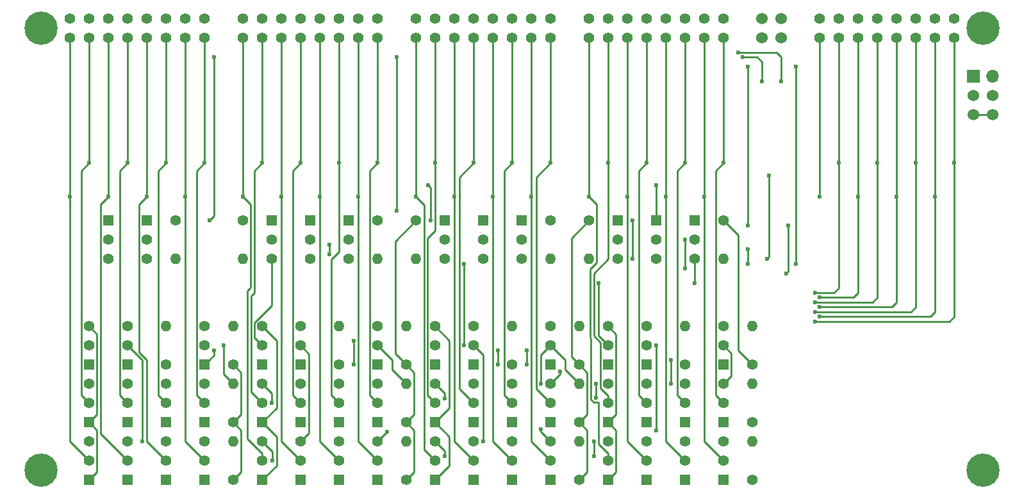
<source format=gbl>
G04 #@! TF.GenerationSoftware,KiCad,Pcbnew,(5.0.0-rc2-200-g1f6f76beb)*
G04 #@! TF.CreationDate,2018-07-18T18:35:48+02:00*
G04 #@! TF.ProjectId,bus-selector,6275732D73656C6563746F722E6B6963,rev?*
G04 #@! TF.SameCoordinates,Original*
G04 #@! TF.FileFunction,Copper,L2,Bot,Signal*
G04 #@! TF.FilePolarity,Positive*
%FSLAX46Y46*%
G04 Gerber Fmt 4.6, Leading zero omitted, Abs format (unit mm)*
G04 Created by KiCad (PCBNEW (5.0.0-rc2-200-g1f6f76beb)) date Wed Jul 18 18:35:48 2018*
%MOMM*%
%LPD*%
G01*
G04 APERTURE LIST*
G04 #@! TA.AperFunction,ComponentPad*
%ADD10C,1.400000*%
G04 #@! TD*
G04 #@! TA.AperFunction,ComponentPad*
%ADD11R,1.400000X1.400000*%
G04 #@! TD*
G04 #@! TA.AperFunction,ComponentPad*
%ADD12C,1.524000*%
G04 #@! TD*
G04 #@! TA.AperFunction,ComponentPad*
%ADD13O,1.400000X1.400000*%
G04 #@! TD*
G04 #@! TA.AperFunction,ComponentPad*
%ADD14R,1.700000X1.700000*%
G04 #@! TD*
G04 #@! TA.AperFunction,ComponentPad*
%ADD15O,1.700000X1.700000*%
G04 #@! TD*
G04 #@! TA.AperFunction,ComponentPad*
%ADD16C,4.400000*%
G04 #@! TD*
G04 #@! TA.AperFunction,ViaPad*
%ADD17C,0.600000*%
G04 #@! TD*
G04 #@! TA.AperFunction,Conductor*
%ADD18C,0.250000*%
G04 #@! TD*
G04 APERTURE END LIST*
D10*
G04 #@! TO.P,Q36,2*
G04 #@! TO.N,/a4*
X33020000Y-68580000D03*
G04 #@! TO.P,Q36,3*
G04 #@! TO.N,Net-(Q36-Pad3)*
X33020000Y-66040000D03*
D11*
G04 #@! TO.P,Q36,1*
G04 #@! TO.N,/sa_and*
X33020000Y-71120000D03*
G04 #@! TD*
G04 #@! TO.P,Q53,1*
G04 #@! TO.N,/sc_and*
X73660000Y-78740000D03*
D10*
G04 #@! TO.P,Q53,3*
G04 #@! TO.N,Net-(Q51-Pad3)*
X73660000Y-73660000D03*
G04 #@! TO.P,Q53,2*
G04 #@! TO.N,/c7*
X73660000Y-76200000D03*
G04 #@! TD*
D11*
G04 #@! TO.P,Q5,1*
G04 #@! TO.N,GND*
X57150000Y-44450000D03*
D10*
G04 #@! TO.P,Q5,3*
G04 #@! TO.N,/sb*
X57150000Y-49530000D03*
G04 #@! TO.P,Q5,2*
G04 #@! TO.N,Net-(Q5-Pad2)*
X57150000Y-46990000D03*
G04 #@! TD*
G04 #@! TO.P,Q12,2*
G04 #@! TO.N,/s0*
X97790000Y-46990000D03*
G04 #@! TO.P,Q12,3*
G04 #@! TO.N,Net-(Q12-Pad3)*
X97790000Y-49530000D03*
D11*
G04 #@! TO.P,Q12,1*
G04 #@! TO.N,Net-(Q12-Pad1)*
X97790000Y-44450000D03*
G04 #@! TD*
D12*
G04 #@! TO.P,J7,2*
G04 #@! TO.N,VCC*
X147320000Y-27940000D03*
G04 #@! TO.P,J7,1*
G04 #@! TO.N,GND*
X147320000Y-30480000D03*
X144780000Y-30480000D03*
G04 #@! TO.P,J7,2*
G04 #@! TO.N,VCC*
X144780000Y-27940000D03*
G04 #@! TD*
D10*
G04 #@! TO.P,J1,8*
G04 #@! TO.N,/a7*
X25400000Y-20320000D03*
G04 #@! TO.P,J1,7*
G04 #@! TO.N,/a6*
X27940000Y-20320000D03*
G04 #@! TO.P,J1,6*
G04 #@! TO.N,/a5*
X30480000Y-20320000D03*
G04 #@! TO.P,J1,5*
G04 #@! TO.N,/a4*
X33020000Y-20320000D03*
G04 #@! TO.P,J1,4*
G04 #@! TO.N,/a3*
X35560000Y-20320000D03*
G04 #@! TO.P,J1,3*
G04 #@! TO.N,/a2*
X38100000Y-20320000D03*
G04 #@! TO.P,J1,2*
G04 #@! TO.N,/a1*
X40640000Y-20320000D03*
G04 #@! TO.P,J1,1*
G04 #@! TO.N,/a0*
X43180000Y-20320000D03*
X43180000Y-17780000D03*
G04 #@! TO.P,J1,2*
G04 #@! TO.N,/a1*
X40640000Y-17780000D03*
G04 #@! TO.P,J1,3*
G04 #@! TO.N,/a2*
X38100000Y-17780000D03*
G04 #@! TO.P,J1,4*
G04 #@! TO.N,/a3*
X35560000Y-17780000D03*
G04 #@! TO.P,J1,5*
G04 #@! TO.N,/a4*
X33020000Y-17780000D03*
G04 #@! TO.P,J1,6*
G04 #@! TO.N,/a5*
X30480000Y-17780000D03*
G04 #@! TO.P,J1,7*
G04 #@! TO.N,/a6*
X27940000Y-17780000D03*
G04 #@! TO.P,J1,8*
G04 #@! TO.N,/a7*
X25400000Y-17780000D03*
G04 #@! TD*
G04 #@! TO.P,J2,8*
G04 #@! TO.N,/b7*
X48260000Y-20320000D03*
G04 #@! TO.P,J2,7*
G04 #@! TO.N,/b6*
X50800000Y-20320000D03*
G04 #@! TO.P,J2,6*
G04 #@! TO.N,/b5*
X53340000Y-20320000D03*
G04 #@! TO.P,J2,5*
G04 #@! TO.N,/b4*
X55880000Y-20320000D03*
G04 #@! TO.P,J2,4*
G04 #@! TO.N,/b3*
X58420000Y-20320000D03*
G04 #@! TO.P,J2,3*
G04 #@! TO.N,/b2*
X60960000Y-20320000D03*
G04 #@! TO.P,J2,2*
G04 #@! TO.N,/b1*
X63500000Y-20320000D03*
G04 #@! TO.P,J2,1*
G04 #@! TO.N,/b0*
X66040000Y-20320000D03*
X66040000Y-17780000D03*
G04 #@! TO.P,J2,2*
G04 #@! TO.N,/b1*
X63500000Y-17780000D03*
G04 #@! TO.P,J2,3*
G04 #@! TO.N,/b2*
X60960000Y-17780000D03*
G04 #@! TO.P,J2,4*
G04 #@! TO.N,/b3*
X58420000Y-17780000D03*
G04 #@! TO.P,J2,5*
G04 #@! TO.N,/b4*
X55880000Y-17780000D03*
G04 #@! TO.P,J2,6*
G04 #@! TO.N,/b5*
X53340000Y-17780000D03*
G04 #@! TO.P,J2,7*
G04 #@! TO.N,/b6*
X50800000Y-17780000D03*
G04 #@! TO.P,J2,8*
G04 #@! TO.N,/b7*
X48260000Y-17780000D03*
G04 #@! TD*
G04 #@! TO.P,J3,8*
G04 #@! TO.N,/c7*
X71120000Y-20320000D03*
G04 #@! TO.P,J3,7*
G04 #@! TO.N,/c6*
X73660000Y-20320000D03*
G04 #@! TO.P,J3,6*
G04 #@! TO.N,/c5*
X76200000Y-20320000D03*
G04 #@! TO.P,J3,5*
G04 #@! TO.N,/c4*
X78740000Y-20320000D03*
G04 #@! TO.P,J3,4*
G04 #@! TO.N,/c3*
X81280000Y-20320000D03*
G04 #@! TO.P,J3,3*
G04 #@! TO.N,/c2*
X83820000Y-20320000D03*
G04 #@! TO.P,J3,2*
G04 #@! TO.N,/c1*
X86360000Y-20320000D03*
G04 #@! TO.P,J3,1*
G04 #@! TO.N,/c0*
X88900000Y-20320000D03*
X88900000Y-17780000D03*
G04 #@! TO.P,J3,2*
G04 #@! TO.N,/c1*
X86360000Y-17780000D03*
G04 #@! TO.P,J3,3*
G04 #@! TO.N,/c2*
X83820000Y-17780000D03*
G04 #@! TO.P,J3,4*
G04 #@! TO.N,/c3*
X81280000Y-17780000D03*
G04 #@! TO.P,J3,5*
G04 #@! TO.N,/c4*
X78740000Y-17780000D03*
G04 #@! TO.P,J3,6*
G04 #@! TO.N,/c5*
X76200000Y-17780000D03*
G04 #@! TO.P,J3,7*
G04 #@! TO.N,/c6*
X73660000Y-17780000D03*
G04 #@! TO.P,J3,8*
G04 #@! TO.N,/c7*
X71120000Y-17780000D03*
G04 #@! TD*
G04 #@! TO.P,J4,8*
G04 #@! TO.N,/d7*
X93980000Y-20320000D03*
G04 #@! TO.P,J4,7*
G04 #@! TO.N,/d6*
X96520000Y-20320000D03*
G04 #@! TO.P,J4,6*
G04 #@! TO.N,/d5*
X99060000Y-20320000D03*
G04 #@! TO.P,J4,5*
G04 #@! TO.N,/d4*
X101600000Y-20320000D03*
G04 #@! TO.P,J4,4*
G04 #@! TO.N,/d3*
X104140000Y-20320000D03*
G04 #@! TO.P,J4,3*
G04 #@! TO.N,/d2*
X106680000Y-20320000D03*
G04 #@! TO.P,J4,2*
G04 #@! TO.N,/d1*
X109220000Y-20320000D03*
G04 #@! TO.P,J4,1*
G04 #@! TO.N,/d0*
X111760000Y-20320000D03*
X111760000Y-17780000D03*
G04 #@! TO.P,J4,2*
G04 #@! TO.N,/d1*
X109220000Y-17780000D03*
G04 #@! TO.P,J4,3*
G04 #@! TO.N,/d2*
X106680000Y-17780000D03*
G04 #@! TO.P,J4,4*
G04 #@! TO.N,/d3*
X104140000Y-17780000D03*
G04 #@! TO.P,J4,5*
G04 #@! TO.N,/d4*
X101600000Y-17780000D03*
G04 #@! TO.P,J4,6*
G04 #@! TO.N,/d5*
X99060000Y-17780000D03*
G04 #@! TO.P,J4,7*
G04 #@! TO.N,/d6*
X96520000Y-17780000D03*
G04 #@! TO.P,J4,8*
G04 #@! TO.N,/d7*
X93980000Y-17780000D03*
G04 #@! TD*
G04 #@! TO.P,J6,8*
G04 #@! TO.N,/o7*
X124460000Y-20320000D03*
G04 #@! TO.P,J6,7*
G04 #@! TO.N,/o6*
X127000000Y-20320000D03*
G04 #@! TO.P,J6,6*
G04 #@! TO.N,/o5*
X129540000Y-20320000D03*
G04 #@! TO.P,J6,5*
G04 #@! TO.N,/o4*
X132080000Y-20320000D03*
G04 #@! TO.P,J6,4*
G04 #@! TO.N,/o3*
X134620000Y-20320000D03*
G04 #@! TO.P,J6,3*
G04 #@! TO.N,/o2*
X137160000Y-20320000D03*
G04 #@! TO.P,J6,2*
G04 #@! TO.N,/o1*
X139700000Y-20320000D03*
G04 #@! TO.P,J6,1*
G04 #@! TO.N,/o0*
X142240000Y-20320000D03*
X142240000Y-17780000D03*
G04 #@! TO.P,J6,2*
G04 #@! TO.N,/o1*
X139700000Y-17780000D03*
G04 #@! TO.P,J6,3*
G04 #@! TO.N,/o2*
X137160000Y-17780000D03*
G04 #@! TO.P,J6,4*
G04 #@! TO.N,/o3*
X134620000Y-17780000D03*
G04 #@! TO.P,J6,5*
G04 #@! TO.N,/o4*
X132080000Y-17780000D03*
G04 #@! TO.P,J6,6*
G04 #@! TO.N,/o5*
X129540000Y-17780000D03*
G04 #@! TO.P,J6,7*
G04 #@! TO.N,/o6*
X127000000Y-17780000D03*
G04 #@! TO.P,J6,8*
G04 #@! TO.N,/o7*
X124460000Y-17780000D03*
G04 #@! TD*
D12*
G04 #@! TO.P,J5,2*
G04 #@! TO.N,/s1*
X116840000Y-20320000D03*
G04 #@! TO.P,J5,1*
G04 #@! TO.N,/s0*
X119380000Y-20320000D03*
X119380000Y-17780000D03*
G04 #@! TO.P,J5,2*
G04 #@! TO.N,/s1*
X116840000Y-17780000D03*
G04 #@! TD*
D13*
G04 #@! TO.P,R1,2*
G04 #@! TO.N,/sa*
X39370000Y-49530000D03*
D10*
G04 #@! TO.P,R1,1*
G04 #@! TO.N,VCC*
X39370000Y-44450000D03*
G04 #@! TD*
D13*
G04 #@! TO.P,R2,2*
G04 #@! TO.N,/sb*
X48260000Y-49530000D03*
D10*
G04 #@! TO.P,R2,1*
G04 #@! TO.N,VCC*
X48260000Y-44450000D03*
G04 #@! TD*
D13*
G04 #@! TO.P,R3,2*
G04 #@! TO.N,Net-(Q5-Pad2)*
X66040000Y-49530000D03*
D10*
G04 #@! TO.P,R3,1*
G04 #@! TO.N,VCC*
X66040000Y-44450000D03*
G04 #@! TD*
D13*
G04 #@! TO.P,R4,2*
G04 #@! TO.N,Net-(Q8-Pad3)*
X71120000Y-49530000D03*
D10*
G04 #@! TO.P,R4,1*
G04 #@! TO.N,VCC*
X71120000Y-44450000D03*
G04 #@! TD*
D13*
G04 #@! TO.P,R5,2*
G04 #@! TO.N,/sc*
X88900000Y-49530000D03*
D10*
G04 #@! TO.P,R5,1*
G04 #@! TO.N,VCC*
X88900000Y-44450000D03*
G04 #@! TD*
D13*
G04 #@! TO.P,R6,2*
G04 #@! TO.N,Net-(Q12-Pad3)*
X93980000Y-49530000D03*
D10*
G04 #@! TO.P,R6,1*
G04 #@! TO.N,VCC*
X93980000Y-44450000D03*
G04 #@! TD*
D13*
G04 #@! TO.P,R7,2*
G04 #@! TO.N,/sd*
X111760000Y-49530000D03*
D10*
G04 #@! TO.P,R7,1*
G04 #@! TO.N,VCC*
X111760000Y-44450000D03*
G04 #@! TD*
D13*
G04 #@! TO.P,R8,2*
G04 #@! TO.N,Net-(Q16-Pad3)*
X115570000Y-66040000D03*
D10*
G04 #@! TO.P,R8,1*
G04 #@! TO.N,VCC*
X115570000Y-71120000D03*
G04 #@! TD*
D13*
G04 #@! TO.P,R9,2*
G04 #@! TO.N,/o0*
X115570000Y-58420000D03*
D10*
G04 #@! TO.P,R9,1*
G04 #@! TO.N,VCC*
X115570000Y-63500000D03*
G04 #@! TD*
D13*
G04 #@! TO.P,R10,2*
G04 #@! TO.N,Net-(Q21-Pad3)*
X115570000Y-73660000D03*
D10*
G04 #@! TO.P,R10,1*
G04 #@! TO.N,VCC*
X115570000Y-78740000D03*
G04 #@! TD*
D13*
G04 #@! TO.P,R11,2*
G04 #@! TO.N,/o1*
X106680000Y-58420000D03*
D10*
G04 #@! TO.P,R11,1*
G04 #@! TO.N,VCC*
X106680000Y-63500000D03*
G04 #@! TD*
D13*
G04 #@! TO.P,R12,2*
G04 #@! TO.N,Net-(Q26-Pad3)*
X92710000Y-66040000D03*
D10*
G04 #@! TO.P,R12,1*
G04 #@! TO.N,VCC*
X92710000Y-71120000D03*
G04 #@! TD*
D13*
G04 #@! TO.P,R13,2*
G04 #@! TO.N,/o2*
X92710000Y-58420000D03*
D10*
G04 #@! TO.P,R13,1*
G04 #@! TO.N,VCC*
X92710000Y-63500000D03*
G04 #@! TD*
D13*
G04 #@! TO.P,R14,2*
G04 #@! TO.N,Net-(Q31-Pad3)*
X92710000Y-73660000D03*
D10*
G04 #@! TO.P,R14,1*
G04 #@! TO.N,VCC*
X92710000Y-78740000D03*
G04 #@! TD*
D13*
G04 #@! TO.P,R16,2*
G04 #@! TO.N,Net-(Q36-Pad3)*
X69850000Y-66040000D03*
D10*
G04 #@! TO.P,R16,1*
G04 #@! TO.N,VCC*
X69850000Y-71120000D03*
G04 #@! TD*
D13*
G04 #@! TO.P,R17,2*
G04 #@! TO.N,/o4*
X69850000Y-58420000D03*
D10*
G04 #@! TO.P,R17,1*
G04 #@! TO.N,VCC*
X69850000Y-63500000D03*
G04 #@! TD*
D13*
G04 #@! TO.P,R18,2*
G04 #@! TO.N,Net-(Q41-Pad3)*
X69850000Y-73660000D03*
D10*
G04 #@! TO.P,R18,1*
G04 #@! TO.N,VCC*
X69850000Y-78740000D03*
G04 #@! TD*
D13*
G04 #@! TO.P,R19,2*
G04 #@! TO.N,/o5*
X60960000Y-58420000D03*
D10*
G04 #@! TO.P,R19,1*
G04 #@! TO.N,VCC*
X60960000Y-63500000D03*
G04 #@! TD*
D13*
G04 #@! TO.P,R20,2*
G04 #@! TO.N,Net-(Q46-Pad3)*
X46990000Y-66040000D03*
D10*
G04 #@! TO.P,R20,1*
G04 #@! TO.N,VCC*
X46990000Y-71120000D03*
G04 #@! TD*
D13*
G04 #@! TO.P,R21,2*
G04 #@! TO.N,/o6*
X46990000Y-58420000D03*
D10*
G04 #@! TO.P,R21,1*
G04 #@! TO.N,VCC*
X46990000Y-63500000D03*
G04 #@! TD*
D13*
G04 #@! TO.P,R22,2*
G04 #@! TO.N,Net-(Q51-Pad3)*
X46990000Y-73660000D03*
D10*
G04 #@! TO.P,R22,1*
G04 #@! TO.N,VCC*
X46990000Y-78740000D03*
G04 #@! TD*
D13*
G04 #@! TO.P,R15,2*
G04 #@! TO.N,/o3*
X83820000Y-58420000D03*
D10*
G04 #@! TO.P,R15,1*
G04 #@! TO.N,VCC*
X83820000Y-63500000D03*
G04 #@! TD*
D13*
G04 #@! TO.P,R23,2*
G04 #@! TO.N,/o7*
X38100000Y-58420000D03*
D10*
G04 #@! TO.P,R23,1*
G04 #@! TO.N,VCC*
X38100000Y-63500000D03*
G04 #@! TD*
G04 #@! TO.P,Q1,2*
G04 #@! TO.N,/s0*
X30480000Y-46990000D03*
G04 #@! TO.P,Q1,3*
G04 #@! TO.N,/sa*
X30480000Y-49530000D03*
D11*
G04 #@! TO.P,Q1,1*
G04 #@! TO.N,GND*
X30480000Y-44450000D03*
G04 #@! TD*
G04 #@! TO.P,Q2,1*
G04 #@! TO.N,GND*
X35560000Y-44450000D03*
D10*
G04 #@! TO.P,Q2,3*
G04 #@! TO.N,/sa*
X35560000Y-49530000D03*
G04 #@! TO.P,Q2,2*
G04 #@! TO.N,/s1*
X35560000Y-46990000D03*
G04 #@! TD*
D11*
G04 #@! TO.P,Q3,1*
G04 #@! TO.N,GND*
X27940000Y-63500000D03*
D10*
G04 #@! TO.P,Q3,3*
G04 #@! TO.N,/sa_and*
X27940000Y-58420000D03*
G04 #@! TO.P,Q3,2*
G04 #@! TO.N,/sa*
X27940000Y-60960000D03*
G04 #@! TD*
G04 #@! TO.P,Q4,2*
G04 #@! TO.N,/s0*
X52070000Y-46990000D03*
G04 #@! TO.P,Q4,3*
G04 #@! TO.N,/sb*
X52070000Y-49530000D03*
D11*
G04 #@! TO.P,Q4,1*
G04 #@! TO.N,GND*
X52070000Y-44450000D03*
G04 #@! TD*
G04 #@! TO.P,Q6,1*
G04 #@! TO.N,GND*
X62230000Y-44450000D03*
D10*
G04 #@! TO.P,Q6,3*
G04 #@! TO.N,Net-(Q5-Pad2)*
X62230000Y-49530000D03*
G04 #@! TO.P,Q6,2*
G04 #@! TO.N,/s1*
X62230000Y-46990000D03*
G04 #@! TD*
D11*
G04 #@! TO.P,Q7,1*
G04 #@! TO.N,GND*
X50800000Y-63500000D03*
D10*
G04 #@! TO.P,Q7,3*
G04 #@! TO.N,/sb_and*
X50800000Y-58420000D03*
G04 #@! TO.P,Q7,2*
G04 #@! TO.N,/sb*
X50800000Y-60960000D03*
G04 #@! TD*
G04 #@! TO.P,Q8,2*
G04 #@! TO.N,/s0*
X74930000Y-46990000D03*
G04 #@! TO.P,Q8,3*
G04 #@! TO.N,Net-(Q8-Pad3)*
X74930000Y-49530000D03*
D11*
G04 #@! TO.P,Q8,1*
G04 #@! TO.N,GND*
X74930000Y-44450000D03*
G04 #@! TD*
G04 #@! TO.P,Q9,1*
G04 #@! TO.N,GND*
X80010000Y-44450000D03*
D10*
G04 #@! TO.P,Q9,3*
G04 #@! TO.N,/sc*
X80010000Y-49530000D03*
G04 #@! TO.P,Q9,2*
G04 #@! TO.N,Net-(Q8-Pad3)*
X80010000Y-46990000D03*
G04 #@! TD*
D11*
G04 #@! TO.P,Q10,1*
G04 #@! TO.N,GND*
X85090000Y-44450000D03*
D10*
G04 #@! TO.P,Q10,3*
G04 #@! TO.N,/sc*
X85090000Y-49530000D03*
G04 #@! TO.P,Q10,2*
G04 #@! TO.N,/s1*
X85090000Y-46990000D03*
G04 #@! TD*
G04 #@! TO.P,Q11,2*
G04 #@! TO.N,/sc*
X73660000Y-60960000D03*
G04 #@! TO.P,Q11,3*
G04 #@! TO.N,/sc_and*
X73660000Y-58420000D03*
D11*
G04 #@! TO.P,Q11,1*
G04 #@! TO.N,GND*
X73660000Y-63500000D03*
G04 #@! TD*
G04 #@! TO.P,Q13,1*
G04 #@! TO.N,GND*
X102870000Y-44450000D03*
D10*
G04 #@! TO.P,Q13,3*
G04 #@! TO.N,Net-(Q12-Pad1)*
X102870000Y-49530000D03*
G04 #@! TO.P,Q13,2*
G04 #@! TO.N,/s1*
X102870000Y-46990000D03*
G04 #@! TD*
G04 #@! TO.P,Q14,2*
G04 #@! TO.N,Net-(Q12-Pad3)*
X107950000Y-46990000D03*
G04 #@! TO.P,Q14,3*
G04 #@! TO.N,/sd*
X107950000Y-49530000D03*
D11*
G04 #@! TO.P,Q14,1*
G04 #@! TO.N,GND*
X107950000Y-44450000D03*
G04 #@! TD*
D10*
G04 #@! TO.P,Q15,2*
G04 #@! TO.N,/sd*
X96520000Y-60960000D03*
G04 #@! TO.P,Q15,3*
G04 #@! TO.N,/sd_and*
X96520000Y-58420000D03*
D11*
G04 #@! TO.P,Q15,1*
G04 #@! TO.N,GND*
X96520000Y-63500000D03*
G04 #@! TD*
G04 #@! TO.P,Q16,1*
G04 #@! TO.N,/sa_and*
X43180000Y-71120000D03*
D10*
G04 #@! TO.P,Q16,3*
G04 #@! TO.N,Net-(Q16-Pad3)*
X43180000Y-66040000D03*
G04 #@! TO.P,Q16,2*
G04 #@! TO.N,/a0*
X43180000Y-68580000D03*
G04 #@! TD*
G04 #@! TO.P,Q17,2*
G04 #@! TO.N,/b0*
X66040000Y-68580000D03*
G04 #@! TO.P,Q17,3*
G04 #@! TO.N,Net-(Q16-Pad3)*
X66040000Y-66040000D03*
D11*
G04 #@! TO.P,Q17,1*
G04 #@! TO.N,/sb_and*
X66040000Y-71120000D03*
G04 #@! TD*
G04 #@! TO.P,Q18,1*
G04 #@! TO.N,/sc_and*
X88900000Y-71120000D03*
D10*
G04 #@! TO.P,Q18,3*
G04 #@! TO.N,Net-(Q16-Pad3)*
X88900000Y-66040000D03*
G04 #@! TO.P,Q18,2*
G04 #@! TO.N,/c0*
X88900000Y-68580000D03*
G04 #@! TD*
G04 #@! TO.P,Q19,2*
G04 #@! TO.N,/d0*
X111760000Y-68580000D03*
G04 #@! TO.P,Q19,3*
G04 #@! TO.N,Net-(Q16-Pad3)*
X111760000Y-66040000D03*
D11*
G04 #@! TO.P,Q19,1*
G04 #@! TO.N,/sd_and*
X111760000Y-71120000D03*
G04 #@! TD*
G04 #@! TO.P,Q20,1*
G04 #@! TO.N,GND*
X111760000Y-63500000D03*
D10*
G04 #@! TO.P,Q20,3*
G04 #@! TO.N,/o0*
X111760000Y-58420000D03*
G04 #@! TO.P,Q20,2*
G04 #@! TO.N,Net-(Q16-Pad3)*
X111760000Y-60960000D03*
G04 #@! TD*
G04 #@! TO.P,Q21,2*
G04 #@! TO.N,/a1*
X43180000Y-76200000D03*
G04 #@! TO.P,Q21,3*
G04 #@! TO.N,Net-(Q21-Pad3)*
X43180000Y-73660000D03*
D11*
G04 #@! TO.P,Q21,1*
G04 #@! TO.N,/sa_and*
X43180000Y-78740000D03*
G04 #@! TD*
G04 #@! TO.P,Q22,1*
G04 #@! TO.N,/sb_and*
X66040000Y-78740000D03*
D10*
G04 #@! TO.P,Q22,3*
G04 #@! TO.N,Net-(Q21-Pad3)*
X66040000Y-73660000D03*
G04 #@! TO.P,Q22,2*
G04 #@! TO.N,/b1*
X66040000Y-76200000D03*
G04 #@! TD*
G04 #@! TO.P,Q23,2*
G04 #@! TO.N,/c1*
X88900000Y-76200000D03*
G04 #@! TO.P,Q23,3*
G04 #@! TO.N,Net-(Q21-Pad3)*
X88900000Y-73660000D03*
D11*
G04 #@! TO.P,Q23,1*
G04 #@! TO.N,/sc_and*
X88900000Y-78740000D03*
G04 #@! TD*
G04 #@! TO.P,Q24,1*
G04 #@! TO.N,/sd_and*
X111760000Y-78740000D03*
D10*
G04 #@! TO.P,Q24,3*
G04 #@! TO.N,Net-(Q21-Pad3)*
X111760000Y-73660000D03*
G04 #@! TO.P,Q24,2*
G04 #@! TO.N,/d1*
X111760000Y-76200000D03*
G04 #@! TD*
G04 #@! TO.P,Q25,2*
G04 #@! TO.N,Net-(Q21-Pad3)*
X101600000Y-60960000D03*
G04 #@! TO.P,Q25,3*
G04 #@! TO.N,/o1*
X101600000Y-58420000D03*
D11*
G04 #@! TO.P,Q25,1*
G04 #@! TO.N,GND*
X101600000Y-63500000D03*
G04 #@! TD*
D10*
G04 #@! TO.P,Q26,2*
G04 #@! TO.N,/a2*
X38100000Y-68580000D03*
G04 #@! TO.P,Q26,3*
G04 #@! TO.N,Net-(Q26-Pad3)*
X38100000Y-66040000D03*
D11*
G04 #@! TO.P,Q26,1*
G04 #@! TO.N,/sa_and*
X38100000Y-71120000D03*
G04 #@! TD*
G04 #@! TO.P,Q27,1*
G04 #@! TO.N,/sb_and*
X60960000Y-71120000D03*
D10*
G04 #@! TO.P,Q27,3*
G04 #@! TO.N,Net-(Q26-Pad3)*
X60960000Y-66040000D03*
G04 #@! TO.P,Q27,2*
G04 #@! TO.N,/b2*
X60960000Y-68580000D03*
G04 #@! TD*
G04 #@! TO.P,Q28,2*
G04 #@! TO.N,/c2*
X83820000Y-68580000D03*
G04 #@! TO.P,Q28,3*
G04 #@! TO.N,Net-(Q26-Pad3)*
X83820000Y-66040000D03*
D11*
G04 #@! TO.P,Q28,1*
G04 #@! TO.N,/sc_and*
X83820000Y-71120000D03*
G04 #@! TD*
G04 #@! TO.P,Q29,1*
G04 #@! TO.N,/sd_and*
X106680000Y-71120000D03*
D10*
G04 #@! TO.P,Q29,3*
G04 #@! TO.N,Net-(Q26-Pad3)*
X106680000Y-66040000D03*
G04 #@! TO.P,Q29,2*
G04 #@! TO.N,/d2*
X106680000Y-68580000D03*
G04 #@! TD*
D11*
G04 #@! TO.P,Q30,1*
G04 #@! TO.N,GND*
X88900000Y-63500000D03*
D10*
G04 #@! TO.P,Q30,3*
G04 #@! TO.N,/o2*
X88900000Y-58420000D03*
G04 #@! TO.P,Q30,2*
G04 #@! TO.N,Net-(Q26-Pad3)*
X88900000Y-60960000D03*
G04 #@! TD*
G04 #@! TO.P,Q31,2*
G04 #@! TO.N,/a3*
X38100000Y-76200000D03*
G04 #@! TO.P,Q31,3*
G04 #@! TO.N,Net-(Q31-Pad3)*
X38100000Y-73660000D03*
D11*
G04 #@! TO.P,Q31,1*
G04 #@! TO.N,/sa_and*
X38100000Y-78740000D03*
G04 #@! TD*
D10*
G04 #@! TO.P,Q32,2*
G04 #@! TO.N,/b3*
X60960000Y-76200000D03*
G04 #@! TO.P,Q32,3*
G04 #@! TO.N,Net-(Q31-Pad3)*
X60960000Y-73660000D03*
D11*
G04 #@! TO.P,Q32,1*
G04 #@! TO.N,/sb_and*
X60960000Y-78740000D03*
G04 #@! TD*
G04 #@! TO.P,Q33,1*
G04 #@! TO.N,/sc_and*
X83820000Y-78740000D03*
D10*
G04 #@! TO.P,Q33,3*
G04 #@! TO.N,Net-(Q31-Pad3)*
X83820000Y-73660000D03*
G04 #@! TO.P,Q33,2*
G04 #@! TO.N,/c3*
X83820000Y-76200000D03*
G04 #@! TD*
G04 #@! TO.P,Q34,2*
G04 #@! TO.N,/d3*
X106680000Y-76200000D03*
G04 #@! TO.P,Q34,3*
G04 #@! TO.N,Net-(Q31-Pad3)*
X106680000Y-73660000D03*
D11*
G04 #@! TO.P,Q34,1*
G04 #@! TO.N,/sd_and*
X106680000Y-78740000D03*
G04 #@! TD*
G04 #@! TO.P,Q35,1*
G04 #@! TO.N,GND*
X78740000Y-63500000D03*
D10*
G04 #@! TO.P,Q35,3*
G04 #@! TO.N,/o3*
X78740000Y-58420000D03*
G04 #@! TO.P,Q35,2*
G04 #@! TO.N,Net-(Q31-Pad3)*
X78740000Y-60960000D03*
G04 #@! TD*
D11*
G04 #@! TO.P,Q37,1*
G04 #@! TO.N,/sb_and*
X55880000Y-71120000D03*
D10*
G04 #@! TO.P,Q37,3*
G04 #@! TO.N,Net-(Q36-Pad3)*
X55880000Y-66040000D03*
G04 #@! TO.P,Q37,2*
G04 #@! TO.N,/b4*
X55880000Y-68580000D03*
G04 #@! TD*
D11*
G04 #@! TO.P,Q38,1*
G04 #@! TO.N,/sc_and*
X78740000Y-71120000D03*
D10*
G04 #@! TO.P,Q38,3*
G04 #@! TO.N,Net-(Q36-Pad3)*
X78740000Y-66040000D03*
G04 #@! TO.P,Q38,2*
G04 #@! TO.N,/c4*
X78740000Y-68580000D03*
G04 #@! TD*
G04 #@! TO.P,Q39,2*
G04 #@! TO.N,/d4*
X101600000Y-68580000D03*
G04 #@! TO.P,Q39,3*
G04 #@! TO.N,Net-(Q36-Pad3)*
X101600000Y-66040000D03*
D11*
G04 #@! TO.P,Q39,1*
G04 #@! TO.N,/sd_and*
X101600000Y-71120000D03*
G04 #@! TD*
G04 #@! TO.P,Q40,1*
G04 #@! TO.N,GND*
X66040000Y-63500000D03*
D10*
G04 #@! TO.P,Q40,3*
G04 #@! TO.N,/o4*
X66040000Y-58420000D03*
G04 #@! TO.P,Q40,2*
G04 #@! TO.N,Net-(Q36-Pad3)*
X66040000Y-60960000D03*
G04 #@! TD*
D11*
G04 #@! TO.P,Q41,1*
G04 #@! TO.N,/sa_and*
X33020000Y-78740000D03*
D10*
G04 #@! TO.P,Q41,3*
G04 #@! TO.N,Net-(Q41-Pad3)*
X33020000Y-73660000D03*
G04 #@! TO.P,Q41,2*
G04 #@! TO.N,/a5*
X33020000Y-76200000D03*
G04 #@! TD*
G04 #@! TO.P,Q42,2*
G04 #@! TO.N,/b5*
X55880000Y-76200000D03*
G04 #@! TO.P,Q42,3*
G04 #@! TO.N,Net-(Q41-Pad3)*
X55880000Y-73660000D03*
D11*
G04 #@! TO.P,Q42,1*
G04 #@! TO.N,/sb_and*
X55880000Y-78740000D03*
G04 #@! TD*
G04 #@! TO.P,Q43,1*
G04 #@! TO.N,/sc_and*
X78740000Y-78740000D03*
D10*
G04 #@! TO.P,Q43,3*
G04 #@! TO.N,Net-(Q41-Pad3)*
X78740000Y-73660000D03*
G04 #@! TO.P,Q43,2*
G04 #@! TO.N,/c5*
X78740000Y-76200000D03*
G04 #@! TD*
G04 #@! TO.P,Q44,2*
G04 #@! TO.N,/d5*
X101600000Y-76200000D03*
G04 #@! TO.P,Q44,3*
G04 #@! TO.N,Net-(Q41-Pad3)*
X101600000Y-73660000D03*
D11*
G04 #@! TO.P,Q44,1*
G04 #@! TO.N,/sd_and*
X101600000Y-78740000D03*
G04 #@! TD*
G04 #@! TO.P,Q45,1*
G04 #@! TO.N,GND*
X55880000Y-63500000D03*
D10*
G04 #@! TO.P,Q45,3*
G04 #@! TO.N,/o5*
X55880000Y-58420000D03*
G04 #@! TO.P,Q45,2*
G04 #@! TO.N,Net-(Q41-Pad3)*
X55880000Y-60960000D03*
G04 #@! TD*
G04 #@! TO.P,Q46,2*
G04 #@! TO.N,/a6*
X27940000Y-68580000D03*
G04 #@! TO.P,Q46,3*
G04 #@! TO.N,Net-(Q46-Pad3)*
X27940000Y-66040000D03*
D11*
G04 #@! TO.P,Q46,1*
G04 #@! TO.N,/sa_and*
X27940000Y-71120000D03*
G04 #@! TD*
D10*
G04 #@! TO.P,Q47,2*
G04 #@! TO.N,/b6*
X50800000Y-68580000D03*
G04 #@! TO.P,Q47,3*
G04 #@! TO.N,Net-(Q46-Pad3)*
X50800000Y-66040000D03*
D11*
G04 #@! TO.P,Q47,1*
G04 #@! TO.N,/sb_and*
X50800000Y-71120000D03*
G04 #@! TD*
G04 #@! TO.P,Q48,1*
G04 #@! TO.N,/sc_and*
X73660000Y-71120000D03*
D10*
G04 #@! TO.P,Q48,3*
G04 #@! TO.N,Net-(Q46-Pad3)*
X73660000Y-66040000D03*
G04 #@! TO.P,Q48,2*
G04 #@! TO.N,/c6*
X73660000Y-68580000D03*
G04 #@! TD*
G04 #@! TO.P,Q49,2*
G04 #@! TO.N,/d6*
X96520000Y-68580000D03*
G04 #@! TO.P,Q49,3*
G04 #@! TO.N,Net-(Q46-Pad3)*
X96520000Y-66040000D03*
D11*
G04 #@! TO.P,Q49,1*
G04 #@! TO.N,/sd_and*
X96520000Y-71120000D03*
G04 #@! TD*
D10*
G04 #@! TO.P,Q50,2*
G04 #@! TO.N,Net-(Q46-Pad3)*
X43180000Y-60960000D03*
G04 #@! TO.P,Q50,3*
G04 #@! TO.N,/o6*
X43180000Y-58420000D03*
D11*
G04 #@! TO.P,Q50,1*
G04 #@! TO.N,GND*
X43180000Y-63500000D03*
G04 #@! TD*
G04 #@! TO.P,Q51,1*
G04 #@! TO.N,/sa_and*
X27940000Y-78740000D03*
D10*
G04 #@! TO.P,Q51,3*
G04 #@! TO.N,Net-(Q51-Pad3)*
X27940000Y-73660000D03*
G04 #@! TO.P,Q51,2*
G04 #@! TO.N,/a7*
X27940000Y-76200000D03*
G04 #@! TD*
G04 #@! TO.P,Q52,2*
G04 #@! TO.N,/b7*
X50800000Y-76200000D03*
G04 #@! TO.P,Q52,3*
G04 #@! TO.N,Net-(Q51-Pad3)*
X50800000Y-73660000D03*
D11*
G04 #@! TO.P,Q52,1*
G04 #@! TO.N,/sb_and*
X50800000Y-78740000D03*
G04 #@! TD*
G04 #@! TO.P,Q54,1*
G04 #@! TO.N,/sd_and*
X96520000Y-78740000D03*
D10*
G04 #@! TO.P,Q54,3*
G04 #@! TO.N,Net-(Q51-Pad3)*
X96520000Y-73660000D03*
G04 #@! TO.P,Q54,2*
G04 #@! TO.N,/d7*
X96520000Y-76200000D03*
G04 #@! TD*
D11*
G04 #@! TO.P,Q55,1*
G04 #@! TO.N,GND*
X33020000Y-63500000D03*
D10*
G04 #@! TO.P,Q55,3*
G04 #@! TO.N,/o7*
X33020000Y-58420000D03*
G04 #@! TO.P,Q55,2*
G04 #@! TO.N,Net-(Q51-Pad3)*
X33020000Y-60960000D03*
G04 #@! TD*
D14*
G04 #@! TO.P,JP1,1*
G04 #@! TO.N,/LED_PWR*
X144780000Y-25400000D03*
D15*
G04 #@! TO.P,JP1,2*
G04 #@! TO.N,VCC*
X147320000Y-25400000D03*
G04 #@! TD*
D16*
G04 #@! TO.P,REF\002A\002A,1*
G04 #@! TO.N,N/C*
X146050000Y-19050000D03*
G04 #@! TD*
G04 #@! TO.P,REF\002A\002A,1*
G04 #@! TO.N,N/C*
X21590000Y-19050000D03*
G04 #@! TD*
G04 #@! TO.P,REF\002A\002A,1*
G04 #@! TO.N,N/C*
X146050000Y-77470000D03*
G04 #@! TD*
G04 #@! TO.P,REF\002A\002A,1*
G04 #@! TO.N,N/C*
X21590000Y-77470000D03*
G04 #@! TD*
D17*
G04 #@! TO.N,Net-(D33-Pad1)*
X44450000Y-22860000D03*
X43815000Y-44450000D03*
G04 #@! TO.N,Net-(D34-Pad1)*
X68580000Y-22860000D03*
X68580000Y-43180000D03*
G04 #@! TO.N,Net-(D35-Pad1)*
X119380000Y-26035000D03*
X113665000Y-22225000D03*
G04 #@! TO.N,Net-(D36-Pad1)*
X116840000Y-26035000D03*
X114300000Y-22860000D03*
G04 #@! TO.N,/a6*
X27940000Y-36830000D03*
G04 #@! TO.N,/a5*
X30480000Y-41275000D03*
G04 #@! TO.N,/a4*
X33020000Y-36830000D03*
G04 #@! TO.N,/a3*
X35560000Y-41275000D03*
G04 #@! TO.N,/a2*
X38100000Y-36830000D03*
G04 #@! TO.N,/a1*
X40640000Y-41275000D03*
G04 #@! TO.N,/a0*
X43180000Y-36830000D03*
G04 #@! TO.N,/b6*
X50800000Y-36830000D03*
G04 #@! TO.N,/b5*
X53340000Y-41275000D03*
G04 #@! TO.N,/b4*
X55880000Y-36830000D03*
G04 #@! TO.N,/b3*
X58420000Y-41275000D03*
G04 #@! TO.N,/b2*
X60960000Y-36830000D03*
G04 #@! TO.N,/b1*
X63500000Y-41275000D03*
G04 #@! TO.N,/b0*
X66040000Y-36830000D03*
G04 #@! TO.N,/c6*
X73660000Y-36830000D03*
G04 #@! TO.N,/c5*
X76200000Y-41275000D03*
G04 #@! TO.N,/c4*
X78740000Y-36830000D03*
G04 #@! TO.N,/c3*
X81280000Y-41275000D03*
G04 #@! TO.N,/c2*
X83820000Y-36830000D03*
G04 #@! TO.N,/c1*
X86360000Y-41275000D03*
G04 #@! TO.N,/c0*
X88900000Y-36830000D03*
G04 #@! TO.N,/d6*
X96520000Y-36830000D03*
G04 #@! TO.N,/d5*
X99060000Y-41275000D03*
G04 #@! TO.N,/d4*
X101600000Y-36830000D03*
G04 #@! TO.N,/d3*
X104140000Y-41275000D03*
G04 #@! TO.N,/d2*
X106680000Y-36830000D03*
G04 #@! TO.N,/d1*
X109220000Y-41275000D03*
G04 #@! TO.N,/d0*
X111760000Y-36830000D03*
G04 #@! TO.N,/s1*
X114935000Y-24130000D03*
X114935000Y-45085000D03*
G04 #@! TO.N,/s0*
X114935000Y-48260000D03*
X114935000Y-50165000D03*
X121285000Y-50165000D03*
X121285000Y-24130000D03*
G04 #@! TO.N,/o6*
X127000000Y-36830000D03*
X123825000Y-53975000D03*
G04 #@! TO.N,/o5*
X129540000Y-41275000D03*
X124460000Y-54610000D03*
G04 #@! TO.N,/o4*
X132080000Y-36830000D03*
X123825000Y-55245000D03*
G04 #@! TO.N,/o3*
X134620000Y-41275000D03*
X124460000Y-55880000D03*
G04 #@! TO.N,/o2*
X137160000Y-36830000D03*
X123825000Y-56515000D03*
G04 #@! TO.N,/o1*
X139700000Y-41275000D03*
X124460000Y-57150000D03*
G04 #@! TO.N,/o0*
X142240000Y-36830000D03*
X123825000Y-57785000D03*
G04 #@! TO.N,GND*
X102870000Y-39751000D03*
X73025000Y-44450000D03*
X72707500Y-39751000D03*
X62865000Y-63500000D03*
X62865000Y-60325000D03*
X44450000Y-61595000D03*
X85725000Y-63500000D03*
X85725000Y-61595000D03*
X81915000Y-61595000D03*
X81915000Y-63500000D03*
G04 #@! TO.N,/sc*
X120332500Y-45085000D03*
X77470000Y-60960000D03*
X77470000Y-50165000D03*
X120015000Y-51435000D03*
G04 #@! TO.N,/sd*
X117792500Y-38481000D03*
X117475000Y-49530000D03*
X95250000Y-52705000D03*
X107950000Y-52705000D03*
G04 #@! TO.N,Net-(Q12-Pad3)*
X106680000Y-50800000D03*
X106680000Y-46990000D03*
G04 #@! TO.N,Net-(Q12-Pad1)*
X99695000Y-49530000D03*
X99695000Y-44450000D03*
G04 #@! TO.N,Net-(Q21-Pad3)*
X67310000Y-72390000D03*
X87630000Y-72009999D03*
X102870000Y-72145001D03*
X102870000Y-60960000D03*
G04 #@! TO.N,/a7*
X25400000Y-41275000D03*
G04 #@! TO.N,Net-(Q51-Pad3)*
X94615000Y-73660000D03*
X94615000Y-75565000D03*
X52111823Y-76200000D03*
X34925000Y-73660000D03*
X74930000Y-75565000D03*
G04 #@! TO.N,/b7*
X48260000Y-41275000D03*
G04 #@! TO.N,/c7*
X71120000Y-41275000D03*
G04 #@! TO.N,/d7*
X93980000Y-41275000D03*
G04 #@! TO.N,/o7*
X124460000Y-41275000D03*
G04 #@! TO.N,Net-(Q16-Pad3)*
X90170000Y-64389999D03*
G04 #@! TO.N,Net-(Q26-Pad3)*
X87630000Y-66040000D03*
X104775000Y-66040000D03*
X104775000Y-62865000D03*
G04 #@! TO.N,Net-(Q31-Pad3)*
X80010000Y-73660000D03*
G04 #@! TO.N,Net-(Q46-Pad3)*
X74930000Y-67945000D03*
X45720000Y-60960000D03*
X94947602Y-67856631D03*
X94869999Y-66040000D03*
X52070000Y-68580000D03*
G04 #@! TO.N,Net-(Q5-Pad2)*
X59690000Y-47625000D03*
X59690000Y-48895000D03*
G04 #@! TD*
D18*
G04 #@! TO.N,VCC*
X48015001Y-64525001D02*
X46990000Y-63500000D01*
X48015001Y-70094999D02*
X48015001Y-64525001D01*
X46990000Y-71120000D02*
X48015001Y-70094999D01*
X48015001Y-72145001D02*
X46990000Y-71120000D01*
X48015001Y-77714999D02*
X48015001Y-72145001D01*
X46990000Y-78740000D02*
X48015001Y-77714999D01*
X70875001Y-64525001D02*
X69850000Y-63500000D01*
X70875001Y-70094999D02*
X70875001Y-64525001D01*
X69850000Y-71120000D02*
X70875001Y-70094999D01*
X70875001Y-72145001D02*
X69850000Y-71120000D01*
X70875001Y-77714999D02*
X70875001Y-72145001D01*
X69850000Y-78740000D02*
X70875001Y-77714999D01*
X93735001Y-70094999D02*
X92710000Y-71120000D01*
X93735001Y-64525001D02*
X93735001Y-70094999D01*
X92710000Y-63500000D02*
X93735001Y-64525001D01*
X93735001Y-77714999D02*
X92710000Y-78740000D01*
X93735001Y-72145001D02*
X93735001Y-77714999D01*
X92710000Y-71120000D02*
X93735001Y-72145001D01*
X113665000Y-46355000D02*
X111760000Y-44450000D01*
X115570000Y-63500000D02*
X113665000Y-61595000D01*
X113665000Y-61595000D02*
X113665000Y-46355000D01*
X91684999Y-46745001D02*
X91684999Y-62474999D01*
X91684999Y-62474999D02*
X92710000Y-63500000D01*
X93980000Y-44450000D02*
X91684999Y-46745001D01*
X68395009Y-62045009D02*
X69850000Y-63500000D01*
X68395009Y-47174991D02*
X68395009Y-62045009D01*
X71120000Y-44450000D02*
X68395009Y-47174991D01*
G04 #@! TO.N,Net-(D33-Pad1)*
X44450000Y-43815000D02*
X44450000Y-22860000D01*
X43815000Y-44450000D02*
X44450000Y-43815000D01*
G04 #@! TO.N,Net-(D34-Pad1)*
X68580000Y-43180000D02*
X68580000Y-22860000D01*
G04 #@! TO.N,Net-(D35-Pad1)*
X119380000Y-26035000D02*
X119380000Y-22860000D01*
X119380000Y-22860000D02*
X118745000Y-22225000D01*
X118745000Y-22225000D02*
X113665000Y-22225000D01*
G04 #@! TO.N,Net-(D36-Pad1)*
X116840000Y-26035000D02*
X116840000Y-23495000D01*
X116840000Y-23495000D02*
X116205000Y-22860000D01*
X116205000Y-22860000D02*
X114300000Y-22860000D01*
G04 #@! TO.N,/a6*
X27940000Y-36830000D02*
X27940000Y-20320000D01*
X26914999Y-37855001D02*
X27940000Y-36830000D01*
X26914999Y-67554999D02*
X26914999Y-37855001D01*
X27940000Y-68580000D02*
X26914999Y-67554999D01*
G04 #@! TO.N,/a5*
X30480000Y-20320000D02*
X30480000Y-41275000D01*
X29454999Y-42300001D02*
X30480000Y-41275000D01*
X33020000Y-76200000D02*
X29454999Y-72634999D01*
X29454999Y-72634999D02*
X29454999Y-42300001D01*
G04 #@! TO.N,/a4*
X33020000Y-36830000D02*
X33020000Y-20320000D01*
X31994999Y-37855001D02*
X33020000Y-36830000D01*
X33020000Y-68580000D02*
X31994999Y-67554999D01*
X31994999Y-67554999D02*
X31994999Y-37855001D01*
G04 #@! TO.N,/a3*
X35560000Y-41275000D02*
X35560000Y-20320000D01*
X38100000Y-76200000D02*
X35560000Y-73660000D01*
X34534999Y-42300001D02*
X35560000Y-41275000D01*
X35560000Y-62863590D02*
X34534999Y-61838589D01*
X34534999Y-61838589D02*
X34534999Y-42300001D01*
X35560000Y-73660000D02*
X35560000Y-62863590D01*
G04 #@! TO.N,/a2*
X38100000Y-20320000D02*
X38100000Y-36830000D01*
X37074999Y-37855001D02*
X38100000Y-36830000D01*
X38100000Y-68580000D02*
X37074999Y-67554999D01*
X37074999Y-67554999D02*
X37074999Y-37855001D01*
G04 #@! TO.N,/a1*
X40640000Y-41275000D02*
X40640000Y-20320000D01*
X40640000Y-73660000D02*
X40640000Y-41275000D01*
X43180000Y-76200000D02*
X40640000Y-73660000D01*
G04 #@! TO.N,/a0*
X43180000Y-36830000D02*
X43180000Y-20320000D01*
X42154999Y-37855001D02*
X43180000Y-36830000D01*
X43180000Y-68580000D02*
X42154999Y-67554999D01*
X42154999Y-67554999D02*
X42154999Y-37855001D01*
G04 #@! TO.N,/b6*
X50800000Y-36830000D02*
X50800000Y-20320000D01*
X49774999Y-37855001D02*
X50800000Y-36830000D01*
X49774999Y-53975000D02*
X49774999Y-37855001D01*
X49324989Y-54425010D02*
X49774999Y-53975000D01*
X49324989Y-67104989D02*
X49324989Y-54425010D01*
X50800000Y-68580000D02*
X49324989Y-67104989D01*
G04 #@! TO.N,/b5*
X53340000Y-20320000D02*
X53340000Y-41275000D01*
X53340000Y-73660000D02*
X53340000Y-41275000D01*
X55880000Y-76200000D02*
X53340000Y-73660000D01*
G04 #@! TO.N,/b4*
X55880000Y-36830000D02*
X55880000Y-20320000D01*
X54854999Y-37855001D02*
X55880000Y-36830000D01*
X55880000Y-68580000D02*
X54854999Y-67554999D01*
X54854999Y-67554999D02*
X54854999Y-37855001D01*
G04 #@! TO.N,/b3*
X58420000Y-41275000D02*
X58420000Y-20320000D01*
X58420000Y-73660000D02*
X58420000Y-41275000D01*
X60960000Y-76200000D02*
X58420000Y-73660000D01*
G04 #@! TO.N,/b2*
X60960000Y-20320000D02*
X60960000Y-36830000D01*
X60960000Y-48550002D02*
X60960000Y-36830000D01*
X59934999Y-49575003D02*
X60960000Y-48550002D01*
X59934999Y-67554999D02*
X59934999Y-49575003D01*
X60960000Y-68580000D02*
X59934999Y-67554999D01*
G04 #@! TO.N,/b1*
X63500000Y-41275000D02*
X63500000Y-20320000D01*
X63500000Y-73660000D02*
X63500000Y-41275000D01*
X66040000Y-76200000D02*
X63500000Y-73660000D01*
G04 #@! TO.N,/b0*
X66040000Y-36830000D02*
X66040000Y-20320000D01*
X65014999Y-37855001D02*
X66040000Y-36830000D01*
X66040000Y-68580000D02*
X65014999Y-67554999D01*
X65014999Y-67554999D02*
X65014999Y-37855001D01*
G04 #@! TO.N,/c6*
X73660000Y-36830000D02*
X73660000Y-20320000D01*
X73660000Y-45785000D02*
X73660000Y-36830000D01*
X72634999Y-46810001D02*
X73660000Y-45785000D01*
X72634999Y-67554999D02*
X72634999Y-46810001D01*
X73660000Y-68580000D02*
X72634999Y-67554999D01*
G04 #@! TO.N,/c5*
X76200000Y-20320000D02*
X76200000Y-41275000D01*
X76200000Y-73660000D02*
X76200000Y-41275000D01*
X78740000Y-76200000D02*
X76200000Y-73660000D01*
G04 #@! TO.N,/c4*
X78740000Y-36830000D02*
X78740000Y-20320000D01*
X76844999Y-38725001D02*
X78740000Y-36830000D01*
X78740000Y-68580000D02*
X76844999Y-66684999D01*
X76844999Y-66684999D02*
X76844999Y-38725001D01*
G04 #@! TO.N,/c3*
X81280000Y-41275000D02*
X81280000Y-20320000D01*
X81280000Y-73660000D02*
X81280000Y-41275000D01*
X83820000Y-76200000D02*
X81280000Y-73660000D01*
G04 #@! TO.N,/c2*
X83820000Y-20320000D02*
X83820000Y-36830000D01*
X82794999Y-37855001D02*
X83820000Y-36830000D01*
X83820000Y-68580000D02*
X82794999Y-67554999D01*
X82794999Y-67554999D02*
X82794999Y-37855001D01*
G04 #@! TO.N,/c1*
X86360000Y-41275000D02*
X86360000Y-20320000D01*
X86360000Y-73660000D02*
X86360000Y-41275000D01*
X88900000Y-76200000D02*
X86360000Y-73660000D01*
G04 #@! TO.N,/c0*
X88900000Y-36830000D02*
X88900000Y-20320000D01*
X87004999Y-38725001D02*
X88900000Y-36830000D01*
X87004999Y-66684999D02*
X87004999Y-38725001D01*
X88900000Y-68580000D02*
X87004999Y-66684999D01*
G04 #@! TO.N,/d6*
X96520000Y-36830000D02*
X96520000Y-20320000D01*
X96520000Y-67590051D02*
X96520000Y-68580000D01*
X96520000Y-49530000D02*
X94615000Y-51435000D01*
X96520000Y-36830000D02*
X96520000Y-49530000D01*
X94615000Y-51435000D02*
X94615000Y-59691410D01*
X95495000Y-60571410D02*
X95495000Y-66565051D01*
X94615000Y-59691410D02*
X95495000Y-60571410D01*
X95495000Y-66565051D02*
X96520000Y-67590051D01*
G04 #@! TO.N,/d5*
X99060000Y-20320000D02*
X99060000Y-41275000D01*
X99060000Y-73660000D02*
X99060000Y-41275000D01*
X101600000Y-76200000D02*
X99060000Y-73660000D01*
G04 #@! TO.N,/d4*
X101600000Y-36830000D02*
X101600000Y-20320000D01*
X100574999Y-37855001D02*
X101600000Y-36830000D01*
X101600000Y-68580000D02*
X100574999Y-67554999D01*
X100574999Y-67554999D02*
X100574999Y-37855001D01*
G04 #@! TO.N,/d3*
X104140000Y-41275000D02*
X104140000Y-20320000D01*
X104140000Y-73660000D02*
X104140000Y-41275000D01*
X106680000Y-76200000D02*
X104140000Y-73660000D01*
G04 #@! TO.N,/d2*
X106680000Y-20320000D02*
X106680000Y-36830000D01*
X105654999Y-37855001D02*
X106680000Y-36830000D01*
X106680000Y-68580000D02*
X105654999Y-67554999D01*
X105654999Y-67554999D02*
X105654999Y-37855001D01*
G04 #@! TO.N,/d1*
X109220000Y-41275000D02*
X109220000Y-20320000D01*
X109220000Y-73660000D02*
X109220000Y-41275000D01*
X111760000Y-76200000D02*
X109220000Y-73660000D01*
G04 #@! TO.N,/d0*
X111760000Y-36830000D02*
X111760000Y-20320000D01*
X110734999Y-37855001D02*
X111760000Y-36830000D01*
X111760000Y-68580000D02*
X110734999Y-67554999D01*
X110734999Y-67554999D02*
X110734999Y-37855001D01*
G04 #@! TO.N,/s1*
X114935000Y-24130000D02*
X114935000Y-45085000D01*
G04 #@! TO.N,/s0*
X114935000Y-48260000D02*
X114935000Y-50165000D01*
X121285000Y-24130000D02*
X121285000Y-50165000D01*
G04 #@! TO.N,/o6*
X127000000Y-36830000D02*
X127000000Y-20320000D01*
X127000000Y-53340000D02*
X127000000Y-36830000D01*
X123825000Y-53975000D02*
X126365000Y-53975000D01*
X126365000Y-53975000D02*
X127000000Y-53340000D01*
G04 #@! TO.N,/o5*
X129540000Y-20320000D02*
X129540000Y-41275000D01*
X128905000Y-54610000D02*
X124460000Y-54610000D01*
X129540000Y-41275000D02*
X129540000Y-53975000D01*
X129540000Y-53975000D02*
X128905000Y-54610000D01*
G04 #@! TO.N,/o4*
X132080000Y-36830000D02*
X132080000Y-20320000D01*
X132080000Y-54610000D02*
X132080000Y-36830000D01*
X123825000Y-55245000D02*
X131445000Y-55245000D01*
X131445000Y-55245000D02*
X132080000Y-54610000D01*
G04 #@! TO.N,/o3*
X134620000Y-41275000D02*
X134620000Y-20320000D01*
X134620000Y-55245000D02*
X134620000Y-41275000D01*
X124460000Y-55880000D02*
X133985000Y-55880000D01*
X133985000Y-55880000D02*
X134620000Y-55245000D01*
G04 #@! TO.N,/o2*
X137160000Y-20320000D02*
X137160000Y-36830000D01*
X137160000Y-55880000D02*
X137160000Y-36830000D01*
X123825000Y-56515000D02*
X136525000Y-56515000D01*
X136525000Y-56515000D02*
X137160000Y-55880000D01*
G04 #@! TO.N,/o1*
X139700000Y-41275000D02*
X139700000Y-20320000D01*
X139700000Y-56515000D02*
X139700000Y-41275000D01*
X124460000Y-57150000D02*
X139065000Y-57150000D01*
X139065000Y-57150000D02*
X139700000Y-56515000D01*
G04 #@! TO.N,/o0*
X142240000Y-36830000D02*
X142240000Y-20320000D01*
X142240000Y-57150000D02*
X142240000Y-36830000D01*
X123825000Y-57785000D02*
X141605000Y-57785000D01*
X141605000Y-57785000D02*
X142240000Y-57150000D01*
G04 #@! TO.N,GND*
X73025000Y-44450000D02*
X73025000Y-40068500D01*
X73025000Y-40068500D02*
X72707500Y-39751000D01*
X62865000Y-63500000D02*
X62865000Y-60325000D01*
X43180000Y-63500000D02*
X43815000Y-62865000D01*
X43815000Y-62865000D02*
X44450000Y-62230000D01*
X44450000Y-62230000D02*
X44450000Y-61595000D01*
X85725000Y-63500000D02*
X85725000Y-61595000D01*
X81915000Y-61595000D02*
X81915000Y-63500000D01*
X102870000Y-44450000D02*
X102870000Y-39751000D01*
X144780000Y-30480000D02*
X147320000Y-30480000D01*
G04 #@! TO.N,/sb*
X49774999Y-59934999D02*
X50800000Y-60960000D01*
X49774999Y-57927999D02*
X49774999Y-59934999D01*
X52070000Y-49530000D02*
X52070000Y-55632998D01*
X52070000Y-55632998D02*
X49774999Y-57927999D01*
G04 #@! TO.N,/sc*
X77470000Y-60960000D02*
X77470000Y-50165000D01*
X120332500Y-51117500D02*
X120015000Y-51435000D01*
X120332500Y-45085000D02*
X120332500Y-51117500D01*
G04 #@! TO.N,/sd*
X117792500Y-38481000D02*
X117792500Y-49212500D01*
X107950000Y-49530000D02*
X107950000Y-52705000D01*
X117792500Y-49212500D02*
X117475000Y-49530000D01*
X96520000Y-60960000D02*
X95250000Y-59690000D01*
X95250000Y-59690000D02*
X95250000Y-52705000D01*
G04 #@! TO.N,Net-(Q12-Pad3)*
X106680000Y-50800000D02*
X106680000Y-46990000D01*
G04 #@! TO.N,Net-(Q12-Pad1)*
X99695000Y-49530000D02*
X99695000Y-44450000D01*
G04 #@! TO.N,Net-(Q21-Pad3)*
X66040000Y-73660000D02*
X67310000Y-72390000D01*
X87630000Y-72390000D02*
X88900000Y-73660000D01*
X87630000Y-72009999D02*
X87630000Y-72390000D01*
X102870000Y-72145001D02*
X102870000Y-60960000D01*
G04 #@! TO.N,/a7*
X25400000Y-20320000D02*
X25400000Y-41275000D01*
X25400000Y-73660000D02*
X25400000Y-41275000D01*
X27940000Y-76200000D02*
X25400000Y-73660000D01*
G04 #@! TO.N,Net-(Q51-Pad3)*
X94615000Y-73660000D02*
X94615000Y-75565000D01*
X34925000Y-62865000D02*
X33020000Y-60960000D01*
X34925000Y-73660000D02*
X34925000Y-62865000D01*
X73660000Y-73660000D02*
X74930000Y-74930000D01*
X74930000Y-74930000D02*
X74930000Y-75565000D01*
X52111823Y-74971823D02*
X52111823Y-76200000D01*
X50800000Y-73660000D02*
X52111823Y-74971823D01*
G04 #@! TO.N,/b7*
X48260000Y-20320000D02*
X48260000Y-41275000D01*
X49285001Y-42300001D02*
X48260000Y-41275000D01*
X50800000Y-76200000D02*
X50800000Y-75210051D01*
X50800000Y-75210051D02*
X48874980Y-73285031D01*
X48874980Y-53750021D02*
X49285001Y-53340000D01*
X49285001Y-53340000D02*
X49285001Y-42300001D01*
X48874980Y-73285031D02*
X48874980Y-53750021D01*
G04 #@! TO.N,/c7*
X71120000Y-20320000D02*
X71120000Y-41275000D01*
X72184990Y-42339990D02*
X71120000Y-41275000D01*
X73660000Y-76200000D02*
X72184990Y-74724990D01*
X72184990Y-74724990D02*
X72184990Y-42339990D01*
G04 #@! TO.N,/d7*
X93980000Y-20320000D02*
X93980000Y-41275000D01*
X95005001Y-42300001D02*
X93980000Y-41275000D01*
X95005001Y-50022001D02*
X95005001Y-42300001D01*
X94164990Y-50862012D02*
X95005001Y-50022001D01*
X94244998Y-59957818D02*
X94164990Y-59877810D01*
X94244998Y-68079029D02*
X94244998Y-59957818D01*
X96520000Y-75210051D02*
X95240001Y-73930052D01*
X94647601Y-68481632D02*
X94244998Y-68079029D01*
X96520000Y-76200000D02*
X96520000Y-75210051D01*
X95240001Y-68489234D02*
X95247603Y-68481632D01*
X94164990Y-59877810D02*
X94164990Y-50862012D01*
X95240001Y-73930052D02*
X95240001Y-68489234D01*
X95247603Y-68481632D02*
X94647601Y-68481632D01*
G04 #@! TO.N,/o7*
X124460000Y-20320000D02*
X124460000Y-41275000D01*
G04 #@! TO.N,/sa_and*
X28965001Y-59445001D02*
X27940000Y-58420000D01*
X28965001Y-70094999D02*
X28965001Y-59445001D01*
X27940000Y-71120000D02*
X28965001Y-70094999D01*
X27940000Y-71120000D02*
X28965001Y-72145001D01*
X28965001Y-77714999D02*
X27940000Y-78740000D01*
X28965001Y-72145001D02*
X28965001Y-77714999D01*
G04 #@! TO.N,/sb_and*
X52736824Y-73056824D02*
X50800000Y-71120000D01*
X52736824Y-76803176D02*
X52736824Y-73056824D01*
X50800000Y-78740000D02*
X52736824Y-76803176D01*
X52736824Y-60356824D02*
X50800000Y-58420000D01*
X52736824Y-69215000D02*
X52736824Y-60356824D01*
X52705000Y-69215000D02*
X52736824Y-69215000D01*
X50800000Y-71120000D02*
X52705000Y-69215000D01*
G04 #@! TO.N,/sc_and*
X75555001Y-69224999D02*
X75555001Y-60315001D01*
X75555001Y-60315001D02*
X73660000Y-58420000D01*
X73660000Y-71120000D02*
X75555001Y-69224999D01*
X75555001Y-76844999D02*
X73660000Y-78740000D01*
X73660000Y-71120000D02*
X75555001Y-73015001D01*
X75555001Y-73015001D02*
X75555001Y-76844999D01*
G04 #@! TO.N,/sd_and*
X97545001Y-77714999D02*
X96520000Y-78740000D01*
X97545001Y-72145001D02*
X97545001Y-77714999D01*
X96520000Y-71120000D02*
X97545001Y-72145001D01*
X97545001Y-59445001D02*
X96520000Y-58420000D01*
X97545001Y-70094999D02*
X97545001Y-59445001D01*
X96520000Y-71120000D02*
X97545001Y-70094999D01*
G04 #@! TO.N,Net-(Q16-Pad3)*
X90170000Y-64770000D02*
X88900000Y-66040000D01*
X90170000Y-64389999D02*
X90170000Y-64770000D01*
X112785001Y-65014999D02*
X111760000Y-66040000D01*
X112785001Y-61985001D02*
X112785001Y-65014999D01*
X111760000Y-60960000D02*
X112785001Y-61985001D01*
G04 #@! TO.N,Net-(Q26-Pad3)*
X92710000Y-66040000D02*
X90805000Y-64135000D01*
X90805000Y-62865000D02*
X88900000Y-60960000D01*
X90805000Y-64135000D02*
X90805000Y-62865000D01*
X87630000Y-62230000D02*
X88900000Y-60960000D01*
X87630000Y-66040000D02*
X87630000Y-62230000D01*
X104775000Y-66040000D02*
X104775000Y-62865000D01*
G04 #@! TO.N,Net-(Q31-Pad3)*
X78740000Y-60960000D02*
X80010000Y-62230000D01*
X80010000Y-62230000D02*
X80010000Y-73660000D01*
G04 #@! TO.N,Net-(Q36-Pad3)*
X69850000Y-66040000D02*
X67945000Y-64135000D01*
X67945000Y-62865000D02*
X66040000Y-60960000D01*
X67945000Y-64135000D02*
X67945000Y-62865000D01*
G04 #@! TO.N,Net-(Q41-Pad3)*
X57016821Y-62096821D02*
X55880000Y-60960000D01*
X55880000Y-73660000D02*
X57016821Y-72523179D01*
X57016821Y-72523179D02*
X57016821Y-62096821D01*
G04 #@! TO.N,Net-(Q46-Pad3)*
X73660000Y-66040000D02*
X74930000Y-67310000D01*
X74930000Y-67310000D02*
X74930000Y-67945000D01*
X45720000Y-64770000D02*
X46990000Y-66040000D01*
X45720000Y-60960000D02*
X45720000Y-64770000D01*
X94947602Y-67856631D02*
X94947602Y-66117603D01*
X94947602Y-66117603D02*
X94869999Y-66040000D01*
X52070000Y-67310000D02*
X50800000Y-66040000D01*
X52070000Y-68580000D02*
X52070000Y-67310000D01*
G04 #@! TO.N,Net-(Q5-Pad2)*
X59690000Y-47625000D02*
X59690000Y-48895000D01*
G04 #@! TD*
M02*

</source>
